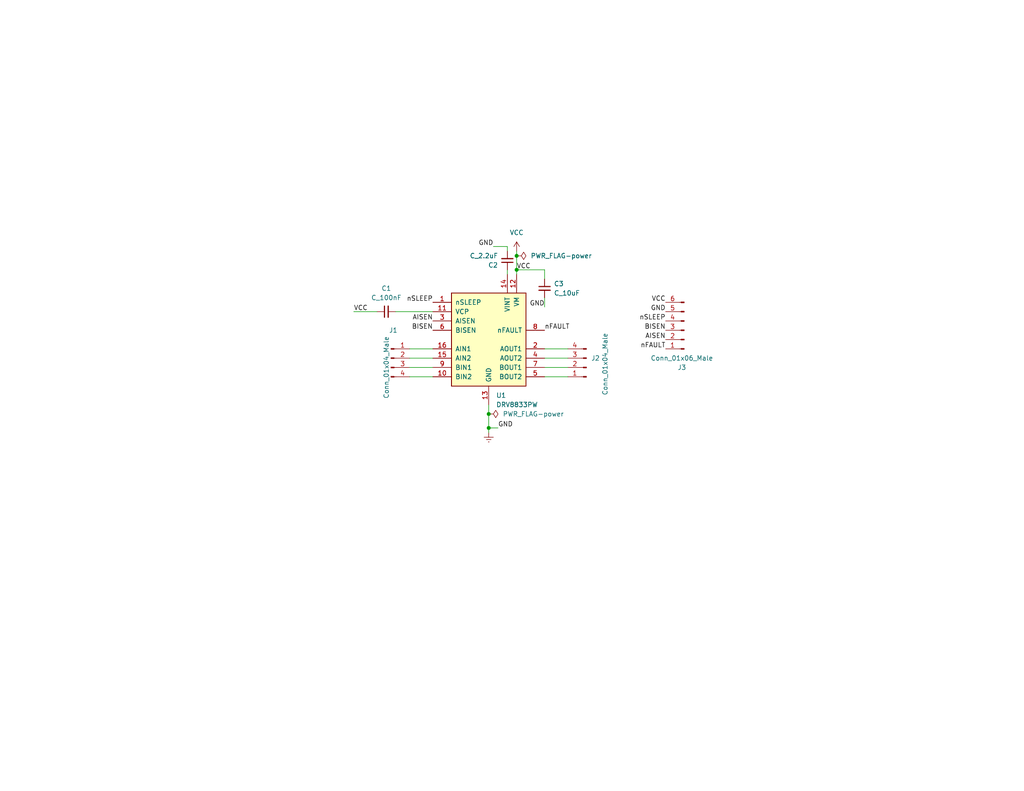
<source format=kicad_sch>
(kicad_sch (version 20211123) (generator eeschema)
  (paper "USLetter")
  (title_block (title "Breakout Board DRV8833") (date "2022-01-06") (rev "1.0") (company "Angel Isidro - Tesla Lab"))
  (lib_symbols
    (symbol "TL_Conectores:Conn_01x04_Male" (pin_names (offset 1.016) hide)
      (property "Reference" "J" (at 0 5.08 0))
      (property "Value" "Conn_01x04_Male" (at 0 -7.62 0))
      (symbol "Conn_01x04_Male_1_1"
        (polyline (pts (xy 1.27 -5.08) (xy 0.8636 -5.08)) (stroke (width 0.1524)))
        (polyline (pts (xy 1.27 -2.54) (xy 0.8636 -2.54)) (stroke (width 0.1524)))
        (polyline (pts (xy 1.27 0) (xy 0.8636 0)) (stroke (width 0.1524)))
        (polyline (pts (xy 1.27 2.54) (xy 0.8636 2.54)) (stroke (width 0.1524)))
        (rectangle (start 0.8636 -4.953) (end 0 -5.207) (stroke (width 0.1524)) (fill (type outline)))
        (rectangle (start 0.8636 -2.413) (end 0 -2.667) (stroke (width 0.1524)) (fill (type outline)))
        (rectangle (start 0.8636 0.127) (end 0 -0.127) (stroke (width 0.1524)) (fill (type outline)))
        (rectangle (start 0.8636 2.667) (end 0 2.413) (stroke (width 0.1524)) (fill (type outline)))
        (pin passive line (at 5.08 2.54 180) (length 3.81) (name "Pin_1") (number "1"))
        (pin passive line (at 5.08 0 180) (length 3.81) (name "Pin_2") (number "2"))
        (pin passive line (at 5.08 -2.54 180) (length 3.81) (name "Pin_3") (number "3"))
        (pin passive line (at 5.08 -5.08 180) (length 3.81) (name "Pin_4") (number "4"))
      )
    )
    (symbol "TL_Conectores:Conn_01x06_Male" (pin_names (offset 1.016) hide)
      (property "Reference" "J" (at 0 7.62 0))
      (property "Value" "Conn_01x06_Male" (at 0 -10.16 0))
      (symbol "Conn_01x06_Male_1_1"
        (polyline (pts (xy 1.27 -7.62) (xy 0.8636 -7.62)) (stroke (width 0.1524)))
        (polyline (pts (xy 1.27 -5.08) (xy 0.8636 -5.08)) (stroke (width 0.1524)))
        (polyline (pts (xy 1.27 -2.54) (xy 0.8636 -2.54)) (stroke (width 0.1524)))
        (polyline (pts (xy 1.27 0) (xy 0.8636 0)) (stroke (width 0.1524)))
        (polyline (pts (xy 1.27 2.54) (xy 0.8636 2.54)) (stroke (width 0.1524)))
        (polyline (pts (xy 1.27 5.08) (xy 0.8636 5.08)) (stroke (width 0.1524)))
        (rectangle (start 0.8636 -7.493) (end 0 -7.747) (stroke (width 0.1524)) (fill (type outline)))
        (rectangle (start 0.8636 -4.953) (end 0 -5.207) (stroke (width 0.1524)) (fill (type outline)))
        (rectangle (start 0.8636 -2.413) (end 0 -2.667) (stroke (width 0.1524)) (fill (type outline)))
        (rectangle (start 0.8636 0.127) (end 0 -0.127) (stroke (width 0.1524)) (fill (type outline)))
        (rectangle (start 0.8636 2.667) (end 0 2.413) (stroke (width 0.1524)) (fill (type outline)))
        (rectangle (start 0.8636 5.207) (end 0 4.953) (stroke (width 0.1524)) (fill (type outline)))
        (pin passive line (at 5.08 5.08 180) (length 3.81) (name "Pin_1") (number "1"))
        (pin passive line (at 5.08 2.54 180) (length 3.81) (name "Pin_2") (number "2"))
        (pin passive line (at 5.08 0 180) (length 3.81) (name "Pin_3") (number "3"))
        (pin passive line (at 5.08 -2.54 180) (length 3.81) (name "Pin_4") (number "4"))
        (pin passive line (at 5.08 -5.08 180) (length 3.81) (name "Pin_5") (number "5"))
        (pin passive line (at 5.08 -7.62 180) (length 3.81) (name "Pin_6") (number "6"))
      )
    )
    (symbol "TL_ICs:DRV8833PW" (pin_names (offset 1.016))
      (property "Reference" "U" (at -3.81 16.51 0))
      (property "Value" "DRV8833PW" (at -3.81 13.97 0))
      (symbol "DRV8833PW_0_1"
        (rectangle (start -10.16 12.7) (end 10.16 -12.7) (stroke (width 0.254)) (fill (type background)))
      )
      (symbol "DRV8833PW_1_1"
        (pin input line (at -15.24 10.16 0) (length 5.08) (name "nSLEEP") (number "1"))
        (pin input line (at -15.24 -10.16 0) (length 5.08) (name "BIN2") (number "10"))
        (pin bidirectional line (at -15.24 7.62 0) (length 5.08) (name "VCP") (number "11"))
        (pin power_in line (at 7.62 17.78 270) (length 5.08) (name "VM") (number "12"))
        (pin power_in line (at 0 -17.78 90) (length 5.08) (name "GND") (number "13"))
        (pin power_in line (at 5.08 17.78 270) (length 5.08) (name "VINT") (number "14"))
        (pin input line (at -15.24 -5.08 0) (length 5.08) (name "AIN2") (number "15"))
        (pin input line (at -15.24 -2.54 0) (length 5.08) (name "AIN1") (number "16"))
        (pin power_out line (at 15.24 -2.54 180) (length 5.08) (name "AOUT1") (number "2"))
        (pin bidirectional line (at -15.24 5.08 0) (length 5.08) (name "AISEN") (number "3"))
        (pin power_out line (at 15.24 -5.08 180) (length 5.08) (name "AOUT2") (number "4"))
        (pin power_out line (at 15.24 -10.16 180) (length 5.08) (name "BOUT2") (number "5"))
        (pin bidirectional line (at -15.24 2.54 0) (length 5.08) (name "BISEN") (number "6"))
        (pin power_out line (at 15.24 -7.62 180) (length 5.08) (name "BOUT1") (number "7"))
        (pin open_collector line (at 15.24 2.54 180) (length 5.08) (name "nFAULT") (number "8"))
        (pin input line (at -15.24 -7.62 0) (length 5.08) (name "BIN1") (number "9"))
      )
    )
    (symbol "TL_Power:GND" (power) (pin_names (offset 0))
      (symbol "GND_0_1"
        (polyline (pts (xy -0.635 -1.905) (xy 0.635 -1.905)))
        (polyline (pts (xy -0.127 -2.54) (xy 0.127 -2.54)))
        (polyline (pts (xy 0 -1.27) (xy 0 0)))
        (polyline (pts (xy 1.27 -1.27) (xy -1.27 -1.27)))
      )
      (symbol "GND_1_1"
        (pin power_in line (at 0 0 270) (length 0) hide (name "Earth") (number "1"))
      )
    )
    (symbol "TL_Power:PWR_FLAG-power" (power) (pin_numbers hide) (pin_names (offset 0) hide)
      (property "Value" "PWR_FLAG-power" (at 0 3.81 0))
      (symbol "PWR_FLAG-power_0_0"
        (pin power_out line (at 0 0 90) (length 0) (name "pwr") (number "1"))
      )
      (symbol "PWR_FLAG-power_0_1"
        (polyline (pts (xy 0 0) (xy 0 1.27) (xy -1.016 1.905) (xy 0 2.54) (xy 1.016 1.905) (xy 0 1.27)))
      )
    )
    (symbol "TL_Power:VCC" (power) (pin_names (offset 0))
      (property "Value" "VCC" (at 0 3.81 0))
      (symbol "VCC_0_1"
        (polyline (pts (xy -0.762 1.27) (xy 0 2.54)))
        (polyline (pts (xy 0 0) (xy 0 2.54)))
        (polyline (pts (xy 0 2.54) (xy 0.762 1.27)))
      )
      (symbol "VCC_1_1"
        (pin power_in line (at 0 0 90) (length 0) hide (name "VCC") (number "1"))
      )
    )
    (symbol "TL_RC:C_100nF" (pin_numbers hide) (pin_names (offset 0.254) hide)
      (property "Reference" "C" (at 0.254 1.778 0))
      (property "Value" "C_100nF" (at 0.254 -2.032 0))
      (symbol "C_100nF_0_1"
        (polyline (pts (xy -1.524 -0.508) (xy 1.524 -0.508)) (stroke (width 0.3302)))
        (polyline (pts (xy -1.524 0.508) (xy 1.524 0.508)) (stroke (width 0.3048)))
      )
      (symbol "C_100nF_1_1"
        (pin passive line (at 0 2.54 270) (length 2.032) (name "~") (number "1"))
        (pin passive line (at 0 -2.54 90) (length 2.032) (name "~") (number "2"))
      )
    )
    (symbol "TL_RC:C_10uF" (pin_numbers hide) (pin_names (offset 0.254) hide)
      (property "Reference" "C" (at 0.254 1.778 0))
      (property "Value" "C_10uF" (at 0.254 -2.032 0))
      (symbol "C_10uF_0_1"
        (polyline (pts (xy -1.524 -0.508) (xy 1.524 -0.508)) (stroke (width 0.3302)))
        (polyline (pts (xy -1.524 0.508) (xy 1.524 0.508)) (stroke (width 0.3048)))
      )
      (symbol "C_10uF_1_1"
        (pin passive line (at 0 2.54 270) (length 2.032) (name "~") (number "1"))
        (pin passive line (at 0 -2.54 90) (length 2.032) (name "~") (number "2"))
      )
    )
    (symbol "TL_RC:C_2.2uF" (pin_numbers hide) (pin_names (offset 0.254) hide)
      (property "Reference" "C" (at 0.254 1.778 0))
      (property "Value" "C_2.2uF" (at 0.254 -2.032 0))
      (symbol "C_2.2uF_0_1"
        (polyline (pts (xy -1.524 -0.508) (xy 1.524 -0.508)) (stroke (width 0.3302)))
        (polyline (pts (xy -1.524 0.508) (xy 1.524 0.508)) (stroke (width 0.3048)))
      )
      (symbol "C_2.2uF_1_1"
        (pin passive line (at 0 2.54 270) (length 2.032) (name "~") (number "1"))
        (pin passive line (at 0 -2.54 90) (length 2.032) (name "~") (number "2"))
      )
    )
  )
  (junction (at 133.35 113.03))
  (junction (at 140.97 73.66))
  (junction (at 140.97 69.85))
  (junction (at 133.35 116.84))
  (wire (pts (xy 154.94 95.25) (xy 148.59 95.25)))
  (wire (pts (xy 140.97 68.58) (xy 140.97 69.85)))
  (wire (pts (xy 107.95 85.09) (xy 118.11 85.09)))
  (wire (pts (xy 111.76 97.79) (xy 118.11 97.79)))
  (wire (pts (xy 140.97 73.66) (xy 148.59 73.66)))
  (wire (pts (xy 138.43 73.66) (xy 138.43 74.93)))
  (wire (pts (xy 148.59 83.82) (xy 148.59 81.28)))
  (wire (pts (xy 133.35 116.84) (xy 135.89 116.84)))
  (wire (pts (xy 138.43 67.31) (xy 138.43 68.58)))
  (wire (pts (xy 133.35 116.84) (xy 133.35 118.11)))
  (wire (pts (xy 111.76 95.25) (xy 118.11 95.25)))
  (wire (pts (xy 96.52 85.09) (xy 102.87 85.09)))
  (wire (pts (xy 133.35 113.03) (xy 133.35 116.84)))
  (wire (pts (xy 154.94 100.33) (xy 148.59 100.33)))
  (wire (pts (xy 133.35 110.49) (xy 133.35 113.03)))
  (wire (pts (xy 111.76 102.87) (xy 118.11 102.87)))
  (wire (pts (xy 140.97 73.66) (xy 140.97 74.93)))
  (wire (pts (xy 154.94 97.79) (xy 148.59 97.79)))
  (wire (pts (xy 134.62 67.31) (xy 138.43 67.31)))
  (wire (pts (xy 111.76 100.33) (xy 118.11 100.33)))
  (wire (pts (xy 154.94 102.87) (xy 148.59 102.87)))
  (wire (pts (xy 148.59 73.66) (xy 148.59 76.2)))
  (wire (pts (xy 140.97 69.85) (xy 140.97 73.66)))
  (label "nFAULT" (at 148.59 90.17 0))
  (label "nSLEEP" (at 118.11 82.55 180))
  (label "AISEN" (at 118.11 87.63 180))
  (label "BISEN" (at 181.61 90.17 180))
  (label "AISEN" (at 181.61 92.71 180))
  (label "nFAULT" (at 181.61 95.25 180))
  (label "VCC" (at 96.52 85.09 0))
  (label "BISEN" (at 118.11 90.17 180))
  (label "GND" (at 148.59 83.82 180))
  (label "GND" (at 135.89 116.84 0))
  (label "nSLEEP" (at 181.61 87.63 180))
  (label "GND" (at 181.61 85.09 180))
  (label "VCC" (at 181.61 82.55 180))
  (label "VCC" (at 140.97 73.66 0))
  (label "GND" (at 134.62 67.31 180))
  (symbol (lib_id "TL_Power:VCC") (at 140.97 68.58 0) (unit 1)
    (property "Reference" "#PWR02" (effects hide))
    (property "Value" "VCC" (at 140.97 63.5 0))
  )
  (symbol (lib_id "TL_Power:PWR_FLAG-power") (at 140.97 69.85 270) (unit 1)
    (property "Reference" "#FLG0101" (effects hide))
    (property "Value" "PWR_FLAG-power" (at 144.78 69.8499 90) (effects (justify left)))
  )
  (symbol (lib_id "TL_RC:C_100nF") (at 105.41 85.09 90) (unit 1)
    (property "Reference" "C1" (at 105.4163 78.74 90))
    (property "Value" "C_100nF" (at 105.4163 81.28 90))
    (property "Datasheet" "https://www.yageo.com/upload/media/product/productsearch/datasheet/mlcc/UPY-GPHC_X5R_4V-to-50V_26.pdf" (effects hide))
  )
  (symbol (lib_id "TL_RC:C_10uF") (at 148.59 78.74 0) (unit 1)
    (property "Reference" "C3" (at 151.13 77.4762 0) (effects (justify left)))
    (property "Value" "C_10uF" (at 151.13 80.0162 0) (effects (justify left)))
    (property "Datasheet" "https://www.yageo.com/upload/media/product/productsearch/datasheet/mlcc/UPY-GPHC_X5R_4V-to-50V_26.pdf" (effects hide))
  )
  (symbol (lib_id "TL_Conectores:Conn_01x04_Male") (at 106.68 97.79 0) (unit 1)
    (property "Reference" "J1" (at 107.315 90.17 0))
    (property "Value" "Conn_01x04_Male" (at 105.41 100.33 90))
  )
  (symbol (lib_id "TL_RC:C_2.2uF") (at 138.43 71.12 180) (unit 1)
    (property "Reference" "C2" (at 135.89 72.3838 0) (effects (justify left)))
    (property "Value" "C_2.2uF" (at 135.89 69.8438 0) (effects (justify left)))
    (property "Datasheet" "https://www.yageo.com/upload/media/product/productsearch/datasheet/mlcc/UPY-GPHC_X5R_4V-to-50V_26.pdf" (effects hide))
  )
  (symbol (lib_id "TL_Conectores:Conn_01x06_Male") (at 186.69 90.17 180) (unit 1)
    (property "Reference" "J3" (at 186.055 100.33 0))
    (property "Value" "Conn_01x06_Male" (at 186.055 97.79 0))
  )
  (symbol (lib_id "TL_Conectores:Conn_01x04_Male") (at 160.02 100.33 180) (unit 1)
    (property "Reference" "J2" (at 161.29 97.79 0) (effects (justify right)))
    (property "Value" "Conn_01x04_Male" (at 165.1 107.95 90) (effects (justify right)))
  )
  (symbol (lib_id "TL_Power:PWR_FLAG-power") (at 133.35 113.03 270) (unit 1)
    (property "Reference" "#FLG0102" (effects hide))
    (property "Value" "PWR_FLAG-power" (at 137.16 113.0299 90) (effects (justify left)))
  )
  (symbol (lib_id "TL_ICs:DRV8833PW") (at 133.35 92.71 0) (unit 1)
    (property "Reference" "U1" (at 135.3694 107.95 0) (effects (justify left)))
    (property "Value" "DRV8833PW" (at 135.3694 110.49 0) (effects (justify left)))
    (property "Footprint" "Package_SO:TSSOP-16_4.4x5mm_P0.65mm" (effects hide))
    (property "Datasheet" "https://www.ti.com/lit/ds/symlink/drv8833.pdf?HQS=dis-dk-null-digikeymode-dsf-pf-null-wwe&ts=1639733055714&ref_url=https%253A%252F%252Fwww.ti.com%252Fgeneral%252Fdocs%252Fsuppproductinfo.tsp%253FdistId%253D10%2526gotoUrl%253Dhttps%253A%252F%252Fwww.ti.com%252Flit%252Fgpn%252Fdrv8833" (effects hide))
  )
  (symbol (lib_id "TL_Power:GND") (at 133.35 118.11 0) (unit 1)
    (property "Reference" "#PWR0101" (effects hide))
    (property "Value" "GND" (effects hide))
  )
)
</source>
